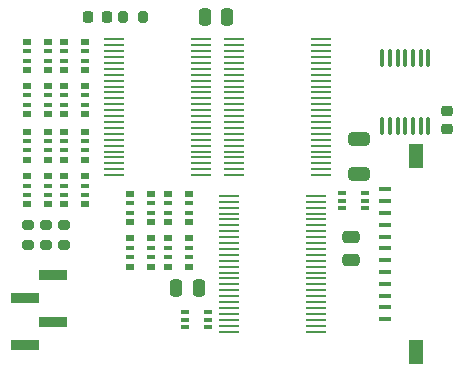
<source format=gbr>
%TF.GenerationSoftware,KiCad,Pcbnew,7.0.8*%
%TF.CreationDate,2024-06-23T14:42:54-04:00*%
%TF.ProjectId,rugby64,72756762-7936-4342-9e6b-696361645f70,rev?*%
%TF.SameCoordinates,Original*%
%TF.FileFunction,Soldermask,Top*%
%TF.FilePolarity,Negative*%
%FSLAX46Y46*%
G04 Gerber Fmt 4.6, Leading zero omitted, Abs format (unit mm)*
G04 Created by KiCad (PCBNEW 7.0.8) date 2024-06-23 14:42:54*
%MOMM*%
%LPD*%
G01*
G04 APERTURE LIST*
G04 Aperture macros list*
%AMRoundRect*
0 Rectangle with rounded corners*
0 $1 Rounding radius*
0 $2 $3 $4 $5 $6 $7 $8 $9 X,Y pos of 4 corners*
0 Add a 4 corners polygon primitive as box body*
4,1,4,$2,$3,$4,$5,$6,$7,$8,$9,$2,$3,0*
0 Add four circle primitives for the rounded corners*
1,1,$1+$1,$2,$3*
1,1,$1+$1,$4,$5*
1,1,$1+$1,$6,$7*
1,1,$1+$1,$8,$9*
0 Add four rect primitives between the rounded corners*
20,1,$1+$1,$2,$3,$4,$5,0*
20,1,$1+$1,$4,$5,$6,$7,0*
20,1,$1+$1,$6,$7,$8,$9,0*
20,1,$1+$1,$8,$9,$2,$3,0*%
G04 Aperture macros list end*
%ADD10RoundRect,0.200000X-0.275000X0.200000X-0.275000X-0.200000X0.275000X-0.200000X0.275000X0.200000X0*%
%ADD11RoundRect,0.250000X-0.475000X0.250000X-0.475000X-0.250000X0.475000X-0.250000X0.475000X0.250000X0*%
%ADD12R,0.800000X0.500000*%
%ADD13R,0.800000X0.400000*%
%ADD14RoundRect,0.250000X0.650000X-0.325000X0.650000X0.325000X-0.650000X0.325000X-0.650000X-0.325000X0*%
%ADD15RoundRect,0.250000X0.250000X0.475000X-0.250000X0.475000X-0.250000X-0.475000X0.250000X-0.475000X0*%
%ADD16R,1.676400X0.279400*%
%ADD17R,0.650000X0.400000*%
%ADD18RoundRect,0.100000X-0.100000X0.637500X-0.100000X-0.637500X0.100000X-0.637500X0.100000X0.637500X0*%
%ADD19R,2.350000X0.850000*%
%ADD20RoundRect,0.225000X0.250000X-0.225000X0.250000X0.225000X-0.250000X0.225000X-0.250000X-0.225000X0*%
%ADD21RoundRect,0.200000X0.200000X0.275000X-0.200000X0.275000X-0.200000X-0.275000X0.200000X-0.275000X0*%
%ADD22R,1.000000X0.400000*%
%ADD23R,1.300000X2.000000*%
%ADD24RoundRect,0.218750X-0.218750X-0.256250X0.218750X-0.256250X0.218750X0.256250X-0.218750X0.256250X0*%
G04 APERTURE END LIST*
D10*
%TO.C,R3*%
X18866450Y-42529295D03*
X18866450Y-44179295D03*
%TD*%
D11*
%TO.C,CB2*%
X43174250Y-43574695D03*
X43174250Y-45474695D03*
%TD*%
D12*
%TO.C,RN12*%
X17504499Y-37005696D03*
D13*
X17504499Y-36205696D03*
X17504499Y-35405696D03*
D12*
X17504499Y-34605696D03*
X15704499Y-34605696D03*
D13*
X15704499Y-35405696D03*
X15704499Y-36205696D03*
D12*
X15704499Y-37005696D03*
%TD*%
D14*
%TO.C,CC1*%
X43833299Y-38169696D03*
X43833299Y-35219696D03*
%TD*%
D15*
%TO.C,CB1*%
X30254050Y-47887695D03*
X28354050Y-47887695D03*
%TD*%
D12*
%TO.C,RN4*%
X20650699Y-29398496D03*
D13*
X20650699Y-28598496D03*
X20650699Y-27798496D03*
D12*
X20650699Y-26998496D03*
X18850699Y-26998496D03*
D13*
X18850699Y-27798496D03*
X18850699Y-28598496D03*
D12*
X18850699Y-29398496D03*
%TD*%
%TO.C,RN2*%
X29431499Y-42278296D03*
D13*
X29431499Y-41478296D03*
X29431499Y-40678296D03*
D12*
X29431499Y-39878296D03*
X27631499Y-39878296D03*
D13*
X27631499Y-40678296D03*
X27631499Y-41478296D03*
D12*
X27631499Y-42278296D03*
%TD*%
D10*
%TO.C,R2*%
X17342450Y-42541495D03*
X17342450Y-44191495D03*
%TD*%
D16*
%TO.C,U4*%
X32867600Y-40046201D03*
X32867600Y-40546200D03*
X32867600Y-41046199D03*
X32867600Y-41546201D03*
X32867600Y-42046200D03*
X32867600Y-42546199D03*
X32867600Y-43046200D03*
X32867600Y-43546199D03*
X32867600Y-44046201D03*
X32867600Y-44546200D03*
X32867600Y-45046199D03*
X32867600Y-45546200D03*
X32867600Y-46046200D03*
X32867600Y-46546201D03*
X32867600Y-47046200D03*
X32867600Y-47546199D03*
X32867600Y-48046201D03*
X32867600Y-48546200D03*
X32867600Y-49046201D03*
X32867600Y-49546200D03*
X32867600Y-50046199D03*
X32867600Y-50546201D03*
X32867600Y-51046200D03*
X32867600Y-51546201D03*
X40208200Y-51546199D03*
X40208200Y-51046200D03*
X40208200Y-50546201D03*
X40208200Y-50046199D03*
X40208200Y-49546200D03*
X40208200Y-49046199D03*
X40208200Y-48546200D03*
X40208200Y-48046201D03*
X40208200Y-47546199D03*
X40208200Y-47046200D03*
X40208200Y-46546198D03*
X40208200Y-46046200D03*
X40208200Y-45546200D03*
X40208200Y-45046199D03*
X40208200Y-44546200D03*
X40208200Y-44046201D03*
X40208200Y-43546199D03*
X40208200Y-43046200D03*
X40208200Y-42546199D03*
X40208200Y-42046200D03*
X40208200Y-41546201D03*
X40208200Y-41046199D03*
X40208200Y-40546200D03*
X40208200Y-40046199D03*
%TD*%
D17*
%TO.C,U2*%
X44323000Y-41101800D03*
X44323000Y-40451800D03*
X44323000Y-39801800D03*
X42423000Y-39801800D03*
X42423000Y-40451800D03*
X42423000Y-41101800D03*
%TD*%
D12*
%TO.C,RN1*%
X29442499Y-46037496D03*
D13*
X29442499Y-45237496D03*
X29442499Y-44437496D03*
D12*
X29442499Y-43637496D03*
X27642499Y-43637496D03*
D13*
X27642499Y-44437496D03*
X27642499Y-45237496D03*
D12*
X27642499Y-46037496D03*
%TD*%
D18*
%TO.C,U3*%
X49714499Y-28414296D03*
X49064499Y-28414296D03*
X48414499Y-28414296D03*
X47764499Y-28414296D03*
X47114499Y-28414296D03*
X46464499Y-28414296D03*
X45814499Y-28414296D03*
X45814499Y-34139296D03*
X46464499Y-34139296D03*
X47114499Y-34139296D03*
X47764499Y-34139296D03*
X48414499Y-34139296D03*
X49064499Y-34139296D03*
X49714499Y-34139296D03*
%TD*%
D12*
%TO.C,RN11*%
X17501099Y-40777496D03*
D13*
X17501099Y-39977496D03*
X17501099Y-39177496D03*
D12*
X17501099Y-38377496D03*
X15701099Y-38377496D03*
D13*
X15701099Y-39177496D03*
X15701099Y-39977496D03*
D12*
X15701099Y-40777496D03*
%TD*%
D17*
%TO.C,U1*%
X31026699Y-51172696D03*
X31026699Y-50522696D03*
X31026699Y-49872696D03*
X29126699Y-49872696D03*
X29126699Y-50522696D03*
X29126699Y-51172696D03*
%TD*%
D15*
%TO.C,CB3*%
X32668850Y-24926095D03*
X30768850Y-24926095D03*
%TD*%
D12*
%TO.C,RN3*%
X20650699Y-33144696D03*
D13*
X20650699Y-32344696D03*
X20650699Y-31544696D03*
D12*
X20650699Y-30744696D03*
X18850699Y-30744696D03*
D13*
X18850699Y-31544696D03*
X18850699Y-32344696D03*
D12*
X18850699Y-33144696D03*
%TD*%
%TO.C,RN7*%
X26256499Y-46037496D03*
D13*
X26256499Y-45237496D03*
X26256499Y-44437496D03*
D12*
X26256499Y-43637496D03*
X24456499Y-43637496D03*
D13*
X24456499Y-44437496D03*
X24456499Y-45237496D03*
D12*
X24456499Y-46037496D03*
%TD*%
D10*
%TO.C,R1*%
X15818450Y-42554695D03*
X15818450Y-44204695D03*
%TD*%
D16*
%TO.C,U6*%
X33248600Y-26797000D03*
X33248600Y-27296999D03*
X33248600Y-27796998D03*
X33248600Y-28297000D03*
X33248600Y-28796999D03*
X33248600Y-29296998D03*
X33248600Y-29796999D03*
X33248600Y-30296998D03*
X33248600Y-30797000D03*
X33248600Y-31296999D03*
X33248600Y-31796998D03*
X33248600Y-32296999D03*
X33248600Y-32796999D03*
X33248600Y-33297000D03*
X33248600Y-33796999D03*
X33248600Y-34296998D03*
X33248600Y-34797000D03*
X33248600Y-35296999D03*
X33248600Y-35797000D03*
X33248600Y-36296999D03*
X33248600Y-36796998D03*
X33248600Y-37297000D03*
X33248600Y-37796999D03*
X33248600Y-38297000D03*
X40589200Y-38296998D03*
X40589200Y-37796999D03*
X40589200Y-37297000D03*
X40589200Y-36796998D03*
X40589200Y-36296999D03*
X40589200Y-35796998D03*
X40589200Y-35296999D03*
X40589200Y-34797000D03*
X40589200Y-34296998D03*
X40589200Y-33796999D03*
X40589200Y-33296997D03*
X40589200Y-32796999D03*
X40589200Y-32296999D03*
X40589200Y-31796998D03*
X40589200Y-31296999D03*
X40589200Y-30797000D03*
X40589200Y-30296998D03*
X40589200Y-29796999D03*
X40589200Y-29296998D03*
X40589200Y-28796999D03*
X40589200Y-28297000D03*
X40589200Y-27796998D03*
X40589200Y-27296999D03*
X40589200Y-26796998D03*
%TD*%
D12*
%TO.C,RN5*%
X20654099Y-40777296D03*
D13*
X20654099Y-39977296D03*
X20654099Y-39177296D03*
D12*
X20654099Y-38377296D03*
X18854099Y-38377296D03*
D13*
X18854099Y-39177296D03*
X18854099Y-39977296D03*
D12*
X18854099Y-40777296D03*
%TD*%
D19*
%TO.C,J2*%
X17906499Y-46713695D03*
X15556499Y-48713695D03*
X17906499Y-50713695D03*
X15556499Y-52713695D03*
%TD*%
D20*
%TO.C,C1*%
X51300899Y-34421696D03*
X51300899Y-32871696D03*
%TD*%
D21*
%TO.C,R4*%
X25525800Y-24866600D03*
X23875800Y-24866600D03*
%TD*%
D12*
%TO.C,RN9*%
X17490099Y-33151296D03*
D13*
X17490099Y-32351296D03*
X17490099Y-31551296D03*
D12*
X17490099Y-30751296D03*
X15690099Y-30751296D03*
D13*
X15690099Y-31551296D03*
X15690099Y-32351296D03*
D12*
X15690099Y-33151296D03*
%TD*%
D22*
%TO.C,J1*%
X46003299Y-50496096D03*
X46003299Y-49496096D03*
X46003299Y-48496096D03*
X46003299Y-47496096D03*
X46003299Y-46496096D03*
X46003299Y-45496096D03*
X46003299Y-44496096D03*
X46003299Y-43496096D03*
X46003299Y-42496096D03*
X46003299Y-41496096D03*
X46003299Y-40496096D03*
X46003299Y-39496096D03*
D23*
X48703299Y-53296096D03*
X48703299Y-36696096D03*
%TD*%
D12*
%TO.C,RN10*%
X17490099Y-29392096D03*
D13*
X17490099Y-28592096D03*
X17490099Y-27792096D03*
D12*
X17490099Y-26992096D03*
X15690099Y-26992096D03*
D13*
X15690099Y-27792096D03*
X15690099Y-28592096D03*
D12*
X15690099Y-29392096D03*
%TD*%
%TO.C,RN6*%
X20654099Y-37005696D03*
D13*
X20654099Y-36205696D03*
X20654099Y-35405696D03*
D12*
X20654099Y-34605696D03*
X18854099Y-34605696D03*
D13*
X18854099Y-35405696D03*
X18854099Y-36205696D03*
D12*
X18854099Y-37005696D03*
%TD*%
%TO.C,RN8*%
X26267499Y-42278296D03*
D13*
X26267499Y-41478296D03*
X26267499Y-40678296D03*
D12*
X26267499Y-39878296D03*
X24467499Y-39878296D03*
D13*
X24467499Y-40678296D03*
X24467499Y-41478296D03*
D12*
X24467499Y-42278296D03*
%TD*%
D24*
%TO.C,D1*%
X20904000Y-24866600D03*
X22479000Y-24866600D03*
%TD*%
D16*
%TO.C,U5*%
X23139400Y-26796601D03*
X23139400Y-27296600D03*
X23139400Y-27796599D03*
X23139400Y-28296601D03*
X23139400Y-28796600D03*
X23139400Y-29296599D03*
X23139400Y-29796600D03*
X23139400Y-30296599D03*
X23139400Y-30796601D03*
X23139400Y-31296600D03*
X23139400Y-31796599D03*
X23139400Y-32296600D03*
X23139400Y-32796600D03*
X23139400Y-33296601D03*
X23139400Y-33796600D03*
X23139400Y-34296599D03*
X23139400Y-34796601D03*
X23139400Y-35296600D03*
X23139400Y-35796601D03*
X23139400Y-36296600D03*
X23139400Y-36796599D03*
X23139400Y-37296601D03*
X23139400Y-37796600D03*
X23139400Y-38296601D03*
X30480000Y-38296599D03*
X30480000Y-37796600D03*
X30480000Y-37296601D03*
X30480000Y-36796599D03*
X30480000Y-36296600D03*
X30480000Y-35796599D03*
X30480000Y-35296600D03*
X30480000Y-34796601D03*
X30480000Y-34296599D03*
X30480000Y-33796600D03*
X30480000Y-33296598D03*
X30480000Y-32796600D03*
X30480000Y-32296600D03*
X30480000Y-31796599D03*
X30480000Y-31296600D03*
X30480000Y-30796601D03*
X30480000Y-30296599D03*
X30480000Y-29796600D03*
X30480000Y-29296599D03*
X30480000Y-28796600D03*
X30480000Y-28296601D03*
X30480000Y-27796599D03*
X30480000Y-27296600D03*
X30480000Y-26796599D03*
%TD*%
M02*

</source>
